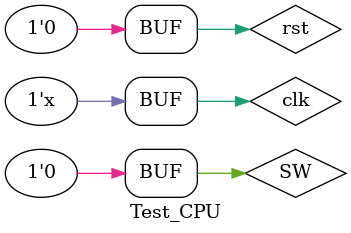
<source format=v>
`timescale 1ns / 1ps


module Test_CPU();
    reg rst, SW, clk;
    wire LED;
    wire [31:0]ALU_OUT;
    wire [31:0]Inst_code;
    CPU uut(.rst(rst), .clk(clk), .SW(SW), .LED(LED), .ALU_OUT(ALU_OUT), .Inst_code(Inst_code));
    always #25 clk=~clk;
    initial begin
        clk=0;rst=0;SW=0;
        #100;
    end
endmodule

</source>
